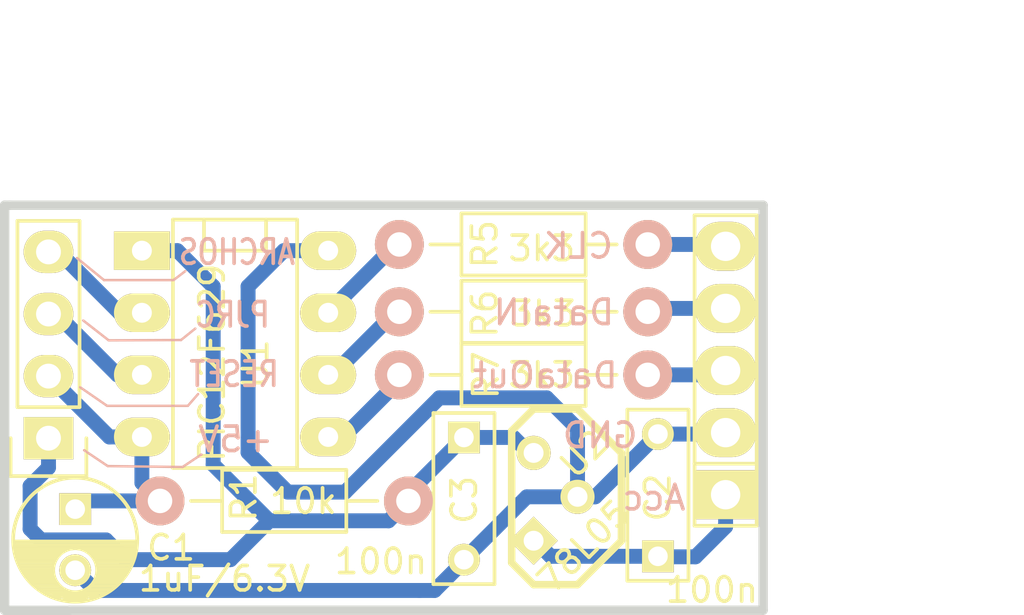
<source format=kicad_pcb>
(kicad_pcb (version 20171130) (host pcbnew 5.0.0-rc3-unknown-3df2743~65~ubuntu16.04.1)

  (general
    (thickness 1.6002)
    (drawings 31)
    (tracks 76)
    (zones 0)
    (modules 11)
    (nets 13)
  )

  (page A4)
  (title_block
    (date "7 feb 2014")
  )

  (layers
    (0 Front signal)
    (31 Back signal)
    (32 B.Adhes user)
    (33 F.Adhes user)
    (34 B.Paste user)
    (35 F.Paste user)
    (36 B.SilkS user)
    (37 F.SilkS user)
    (38 B.Mask user)
    (39 F.Mask user)
    (40 Dwgs.User user)
    (44 Edge.Cuts user)
    (45 Margin user)
    (46 B.CrtYd user hide)
    (48 B.Fab user)
    (49 F.Fab user)
  )

  (setup
    (last_trace_width 0.6096)
    (trace_clearance 0.1)
    (zone_clearance 0.254)
    (zone_45_only yes)
    (trace_min 0.2032)
    (segment_width 0.1)
    (edge_width 0.381)
    (via_size 0.889)
    (via_drill 0.635)
    (via_min_size 0.889)
    (via_min_drill 0.508)
    (uvia_size 0.508)
    (uvia_drill 0.127)
    (uvias_allowed no)
    (uvia_min_size 0.508)
    (uvia_min_drill 0.127)
    (pcb_text_width 0.3048)
    (pcb_text_size 1.524 2.032)
    (mod_edge_width 0.381)
    (mod_text_size 1.524 1.524)
    (mod_text_width 0.3048)
    (pad_size 2 2.5)
    (pad_drill 1.2)
    (pad_to_mask_clearance 0.254)
    (aux_axis_origin 0 0)
    (visible_elements FFFEDBFF)
    (pcbplotparams
      (layerselection 0x0100f_80000001)
      (usegerberextensions false)
      (usegerberattributes false)
      (usegerberadvancedattributes false)
      (creategerberjobfile false)
      (excludeedgelayer false)
      (linewidth 0.150000)
      (plotframeref false)
      (viasonmask false)
      (mode 1)
      (useauxorigin false)
      (hpglpennumber 1)
      (hpglpenspeed 20)
      (hpglpendiameter 15.000000)
      (psnegative false)
      (psa4output false)
      (plotreference true)
      (plotvalue true)
      (plotinvisibletext false)
      (padsonsilk true)
      (subtractmaskfromsilk false)
      (outputformat 5)
      (mirror false)
      (drillshape 0)
      (scaleselection 1)
      (outputdirectory "/home/nail/tmp/plot/"))
  )

  (net 0 "")
  (net 1 +5V)
  (net 2 GND)
  (net 3 POWER_CTL)
  (net 4 "Net-(R7-Pad1)")
  (net 5 DataOut)
  (net 6 "Net-(R5-Pad1)")
  (net 7 "Net-(R6-Pad1)")
  (net 8 RESET)
  (net 9 PJRC)
  (net 10 ARCHOS)
  (net 11 CLK-PRG_DATA)
  (net 12 DataIn-PRG_CLK)

  (net_class Default "This is the default net class."
    (clearance 0.1)
    (trace_width 0.6096)
    (via_dia 0.889)
    (via_drill 0.635)
    (uvia_dia 0.508)
    (uvia_drill 0.127)
    (add_net +5V)
    (add_net ARCHOS)
    (add_net CLK-PRG_DATA)
    (add_net DataIn-PRG_CLK)
    (add_net DataOut)
    (add_net GND)
    (add_net "Net-(R5-Pad1)")
    (add_net "Net-(R6-Pad1)")
    (add_net "Net-(R7-Pad1)")
    (add_net PJRC)
    (add_net POWER_CTL)
    (add_net RESET)
  )

  (net_class GND ""
    (clearance 0.1)
    (trace_width 1.39192)
    (via_dia 0.889)
    (via_drill 0.635)
    (uvia_dia 0.508)
    (uvia_drill 0.127)
  )

  (module Pin_Headers:Pin_Header_Straight_1x05 (layer Front) (tedit 543F8C26) (tstamp 546CCFAD)
    (at 159.4866 133.97484 90)
    (descr "Through hole pin header")
    (tags "pin header")
    (path /542D55A4)
    (fp_text reference RADIO1 (at 0 -2.286 90) (layer F.SilkS) hide
      (effects (font (size 1.27 1.27) (thickness 0.2032)))
    )
    (fp_text value CONN_01X05 (at 0 0 90) (layer F.SilkS) hide
      (effects (font (size 1.27 1.27) (thickness 0.2032)))
    )
    (fp_line (start -3.81 -1.27) (end 6.35 -1.27) (layer F.SilkS) (width 0.15))
    (fp_line (start 6.35 -1.27) (end 6.35 1.27) (layer F.SilkS) (width 0.15))
    (fp_line (start 6.35 1.27) (end -3.81 1.27) (layer F.SilkS) (width 0.15))
    (fp_line (start -6.35 -1.27) (end -3.81 -1.27) (layer F.SilkS) (width 0.15))
    (fp_line (start -3.81 -1.27) (end -3.81 1.27) (layer F.SilkS) (width 0.15))
    (fp_line (start -6.35 -1.27) (end -6.35 1.27) (layer F.SilkS) (width 0.15))
    (fp_line (start -6.35 1.27) (end -3.81 1.27) (layer F.SilkS) (width 0.15))
    (pad 1 thru_hole rect (at -5.08 0 90) (size 2 2.5) (drill 1.2) (layers *.Cu *.Mask F.SilkS)
      (net 3 POWER_CTL))
    (pad 2 thru_hole oval (at -2.54 0 90) (size 2 2.5) (drill 1.2) (layers *.Cu *.Mask F.SilkS)
      (net 2 GND))
    (pad 3 thru_hole oval (at 0 0 90) (size 2 2.5) (drill 1.2) (layers *.Cu *.Mask F.SilkS)
      (net 5 DataOut))
    (pad 4 thru_hole oval (at 2.54 0 90) (size 2 2.5) (drill 1.2) (layers *.Cu *.Mask F.SilkS)
      (net 12 DataIn-PRG_CLK))
    (pad 5 thru_hole oval (at 5.08 0 90) (size 2 2.5) (drill 1.2) (layers *.Cu *.Mask F.SilkS)
      (net 11 CLK-PRG_DATA))
    (model Pin_Headers.3dshapes/Pin_Header_Straight_1x05.wrl
      (at (xyz 0 0 0))
      (scale (xyz 1 1 1))
      (rotate (xyz 0 0 0))
    )
  )

  (module Pin_Headers:Pin_Header_Straight_1x04 (layer Front) (tedit 55C8702A) (tstamp 559FD40A)
    (at 131.79044 136.74344 180)
    (descr "Through hole pin header")
    (tags "pin header")
    (path /542D83A2)
    (fp_text reference ICSP_UART1 (at -0.00762 9.3218 180) (layer F.SilkS) hide
      (effects (font (size 0.7 0.7) (thickness 0.1)))
    )
    (fp_text value CONN_01X04 (at 0 -3.1 180) (layer F.Fab) hide
      (effects (font (size 1 1) (thickness 0.15)))
    )
    (fp_line (start -1.75 -1.75) (end -1.75 9.4) (layer F.CrtYd) (width 0.05))
    (fp_line (start 1.75 -1.75) (end 1.75 9.4) (layer F.CrtYd) (width 0.05))
    (fp_line (start -1.75 -1.75) (end 1.75 -1.75) (layer F.CrtYd) (width 0.05))
    (fp_line (start -1.75 9.4) (end 1.75 9.4) (layer F.CrtYd) (width 0.05))
    (fp_line (start -1.27 1.27) (end -1.27 8.89) (layer F.SilkS) (width 0.15))
    (fp_line (start 1.27 1.27) (end 1.27 8.89) (layer F.SilkS) (width 0.15))
    (fp_line (start 1.55 -1.55) (end 1.55 0) (layer F.SilkS) (width 0.15))
    (fp_line (start -1.27 8.89) (end 1.27 8.89) (layer F.SilkS) (width 0.15))
    (fp_line (start 1.27 1.27) (end -1.27 1.27) (layer F.SilkS) (width 0.15))
    (fp_line (start -1.55 0) (end -1.55 -1.55) (layer F.SilkS) (width 0.15))
    (fp_line (start -1.55 -1.55) (end 1.55 -1.55) (layer F.SilkS) (width 0.15))
    (pad 1 thru_hole rect (at 0 0 180) (size 2.032 1.7272) (drill 1.016) (layers *.Cu *.Mask F.SilkS)
      (net 1 +5V))
    (pad 2 thru_hole oval (at 0 2.54 180) (size 2.032 1.7272) (drill 1.016) (layers *.Cu *.Mask F.SilkS)
      (net 8 RESET))
    (pad 3 thru_hole oval (at 0 5.08 180) (size 2.032 1.7272) (drill 1.016) (layers *.Cu *.Mask F.SilkS)
      (net 9 PJRC))
    (pad 4 thru_hole oval (at 0 7.62 180) (size 2.032 1.7272) (drill 1.016) (layers *.Cu *.Mask F.SilkS)
      (net 10 ARCHOS))
  )

  (module Capacitors_ThroughHole:C_Rect_L7_W2.5_P5 (layer Front) (tedit 5B4486F9) (tstamp 55C4C250)
    (at 148.78304 136.71296 270)
    (descr "Film Capacitor Length 7mm x Width 2.5mm, Pitch 5mm")
    (tags Capacitor)
    (path /52E79ABE)
    (fp_text reference C3 (at 2.55524 -0.01016 270) (layer F.SilkS)
      (effects (font (size 1 1) (thickness 0.15)))
    )
    (fp_text value 100n (at 5.06984 3.39344) (layer F.SilkS)
      (effects (font (size 1 1) (thickness 0.15)))
    )
    (fp_line (start -1.25 -1.5) (end 6.25 -1.5) (layer F.CrtYd) (width 0.05))
    (fp_line (start 6.25 -1.5) (end 6.25 1.5) (layer F.CrtYd) (width 0.05))
    (fp_line (start 6.25 1.5) (end -1.25 1.5) (layer F.CrtYd) (width 0.05))
    (fp_line (start -1.25 1.5) (end -1.25 -1.5) (layer F.CrtYd) (width 0.05))
    (fp_line (start -1 -1.25) (end 6 -1.25) (layer F.SilkS) (width 0.15))
    (fp_line (start 6 -1.25) (end 6 1.25) (layer F.SilkS) (width 0.15))
    (fp_line (start 6 1.25) (end -1 1.25) (layer F.SilkS) (width 0.15))
    (fp_line (start -1 1.25) (end -1 -1.25) (layer F.SilkS) (width 0.15))
    (pad 1 thru_hole rect (at 0 0 270) (size 1.3 1.3) (drill 0.8) (layers *.Cu *.Mask F.SilkS)
      (net 1 +5V))
    (pad 2 thru_hole circle (at 5 0 270) (size 1.3 1.3) (drill 0.8) (layers *.Cu *.Mask F.SilkS)
      (net 2 GND))
    (model Capacitors_ThroughHole.3dshapes/C_Disc_D6_P5.wrl
      (offset (xyz 2.539999961853027 0 0))
      (scale (xyz 1 1 1))
      (rotate (xyz 0 0 0))
    )
  )

  (module Capacitors_ThroughHole:C_Rect_L7_W2.5_P5 (layer Front) (tedit 5B44877F) (tstamp 55C4C10C)
    (at 156.718 141.57452 90)
    (descr "Film Capacitor Length 7mm x Width 2.5mm, Pitch 5mm")
    (tags Capacitor)
    (path /52D02F40)
    (fp_text reference C2 (at 2.40284 -0.01016 90) (layer F.SilkS)
      (effects (font (size 1 1) (thickness 0.15)))
    )
    (fp_text value 100n (at -1.37668 2.2098) (layer F.SilkS)
      (effects (font (size 1 1) (thickness 0.15)))
    )
    (fp_line (start -1.25 -1.5) (end 6.25 -1.5) (layer F.CrtYd) (width 0.05))
    (fp_line (start 6.25 -1.5) (end 6.25 1.5) (layer F.CrtYd) (width 0.05))
    (fp_line (start 6.25 1.5) (end -1.25 1.5) (layer F.CrtYd) (width 0.05))
    (fp_line (start -1.25 1.5) (end -1.25 -1.5) (layer F.CrtYd) (width 0.05))
    (fp_line (start -1 -1.25) (end 6 -1.25) (layer F.SilkS) (width 0.15))
    (fp_line (start 6 -1.25) (end 6 1.25) (layer F.SilkS) (width 0.15))
    (fp_line (start 6 1.25) (end -1 1.25) (layer F.SilkS) (width 0.15))
    (fp_line (start -1 1.25) (end -1 -1.25) (layer F.SilkS) (width 0.15))
    (pad 1 thru_hole rect (at 0 0 90) (size 1.3 1.3) (drill 0.8) (layers *.Cu *.Mask F.SilkS)
      (net 3 POWER_CTL))
    (pad 2 thru_hole circle (at 5 0 90) (size 1.3 1.3) (drill 0.8) (layers *.Cu *.Mask F.SilkS)
      (net 2 GND))
    (model Capacitors_ThroughHole.3dshapes/C_Disc_D6_P5.wrl
      (offset (xyz 2.539999961853027 0 0))
      (scale (xyz 1 1 1))
      (rotate (xyz 0 0 0))
    )
  )

  (module my_modules:TO92-STABIL (layer Front) (tedit 5B4487A2) (tstamp 55C4C8BE)
    (at 151.63292 139.1412 225)
    (descr "Transistor TO92 brochage type BC237")
    (tags "TR TO92")
    (path /546C9D74)
    (fp_text reference U2 (at -2.697669 -0.219118 225) (layer F.SilkS)
      (effects (font (size 1 1) (thickness 0.15)))
    )
    (fp_text value 78L05 (at -0.021553 -2.895235 225) (layer F.SilkS)
      (effects (font (size 1 1) (thickness 0.15)))
    )
    (fp_line (start -1.27 2.54) (end 2.54 -1.27) (layer F.SilkS) (width 0.3048))
    (fp_line (start 2.54 -1.27) (end 2.54 -2.54) (layer F.SilkS) (width 0.3048))
    (fp_line (start 2.54 -2.54) (end 1.27 -3.81) (layer F.SilkS) (width 0.3048))
    (fp_line (start 1.27 -3.81) (end -1.27 -3.81) (layer F.SilkS) (width 0.3048))
    (fp_line (start -1.27 -3.81) (end -3.81 -1.27) (layer F.SilkS) (width 0.3048))
    (fp_line (start -3.81 -1.27) (end -3.81 1.27) (layer F.SilkS) (width 0.3048))
    (fp_line (start -3.81 1.27) (end -2.54 2.54) (layer F.SilkS) (width 0.3048))
    (fp_line (start -2.54 2.54) (end -1.27 2.54) (layer F.SilkS) (width 0.3048))
    (pad VI thru_hole rect (at 1.27 -1.27 225) (size 1.397 1.397) (drill 0.8128) (layers *.Cu *.Mask F.SilkS)
      (net 3 POWER_CTL))
    (pad GND thru_hole circle (at -1.27 -1.27 225) (size 1.397 1.397) (drill 0.8128) (layers *.Cu *.Mask F.SilkS)
      (net 2 GND))
    (pad VO thru_hole circle (at -1.27 1.27 225) (size 1.397 1.397) (drill 0.8128) (layers *.Cu *.Mask F.SilkS)
      (net 1 +5V))
    (model Discret.3dshapes/TO92.wrl
      (at (xyz 0 0 0))
      (scale (xyz 1 1 1))
      (rotate (xyz 0 0 0))
    )
  )

  (module Sockets_DIP:DIP-8__300_ELL (layer Front) (tedit 5B4486FD) (tstamp 546CCF7E)
    (at 139.4206 132.88264 270)
    (descr "8 pins DIL package, elliptical pads")
    (tags DIL)
    (path /52D02953)
    (fp_text reference U1 (at 0.82296 -0.8382 90) (layer F.SilkS)
      (effects (font (size 1 1) (thickness 0.15)))
    )
    (fp_text value PIC12F629 (at 0.77216 0.9398 270) (layer F.SilkS)
      (effects (font (size 1 1) (thickness 0.15)))
    )
    (fp_line (start -5.08 -1.27) (end -3.81 -1.27) (layer F.SilkS) (width 0.15))
    (fp_line (start -3.81 -1.27) (end -3.81 1.27) (layer F.SilkS) (width 0.15))
    (fp_line (start -3.81 1.27) (end -5.08 1.27) (layer F.SilkS) (width 0.15))
    (fp_line (start -5.08 -2.54) (end 5.08 -2.54) (layer F.SilkS) (width 0.15))
    (fp_line (start 5.08 -2.54) (end 5.08 2.54) (layer F.SilkS) (width 0.15))
    (fp_line (start 5.08 2.54) (end -5.08 2.54) (layer F.SilkS) (width 0.15))
    (fp_line (start -5.08 2.54) (end -5.08 -2.54) (layer F.SilkS) (width 0.15))
    (pad 1 thru_hole rect (at -3.81 3.81 270) (size 1.5748 2.286) (drill 0.8128) (layers *.Cu *.Mask F.SilkS)
      (net 1 +5V))
    (pad 2 thru_hole oval (at -1.27 3.81 270) (size 1.5748 2.286) (drill 0.8128) (layers *.Cu *.Mask F.SilkS)
      (net 10 ARCHOS))
    (pad 3 thru_hole oval (at 1.27 3.81 270) (size 1.5748 2.286) (drill 0.8128) (layers *.Cu *.Mask F.SilkS)
      (net 9 PJRC))
    (pad 4 thru_hole oval (at 3.81 3.81 270) (size 1.5748 2.286) (drill 0.8128) (layers *.Cu *.Mask F.SilkS)
      (net 8 RESET))
    (pad 5 thru_hole oval (at 3.81 -3.81 270) (size 1.5748 2.286) (drill 0.8128) (layers *.Cu *.Mask F.SilkS)
      (net 4 "Net-(R7-Pad1)"))
    (pad 6 thru_hole oval (at 1.27 -3.81 270) (size 1.5748 2.286) (drill 0.8128) (layers *.Cu *.Mask F.SilkS)
      (net 7 "Net-(R6-Pad1)"))
    (pad 7 thru_hole oval (at -1.27 -3.81 270) (size 1.5748 2.286) (drill 0.8128) (layers *.Cu *.Mask F.SilkS)
      (net 6 "Net-(R5-Pad1)"))
    (pad 8 thru_hole oval (at -3.81 -3.81 270) (size 1.5748 2.286) (drill 0.8128) (layers *.Cu *.Mask F.SilkS)
      (net 2 GND))
    (model Sockets_DIP.3dshapes/DIP-8__300_ELL.wrl
      (at (xyz 0 0 0))
      (scale (xyz 1 1 1))
      (rotate (xyz 0 0 0))
    )
  )

  (module Resistors_ThroughHole:Resistor_Horizontal_RM10mm (layer Front) (tedit 5B4486EE) (tstamp 55C4C150)
    (at 151.22144 134.15264)
    (descr "Resistor, Axial,  RM 10mm, 1/3W,")
    (tags "Resistor, Axial, RM 10mm, 1/3W,")
    (path /52D02B05)
    (fp_text reference R7 (at -1.53924 0.01016 90) (layer F.SilkS)
      (effects (font (size 1 1) (thickness 0.15)))
    )
    (fp_text value 3k3 (at 0.74676 0.01016) (layer F.SilkS)
      (effects (font (size 1 1) (thickness 0.15)))
    )
    (fp_line (start -2.54 -1.27) (end 2.54 -1.27) (layer F.SilkS) (width 0.15))
    (fp_line (start 2.54 -1.27) (end 2.54 1.27) (layer F.SilkS) (width 0.15))
    (fp_line (start 2.54 1.27) (end -2.54 1.27) (layer F.SilkS) (width 0.15))
    (fp_line (start -2.54 1.27) (end -2.54 -1.27) (layer F.SilkS) (width 0.15))
    (fp_line (start -2.54 0) (end -3.81 0) (layer F.SilkS) (width 0.15))
    (fp_line (start 2.54 0) (end 3.81 0) (layer F.SilkS) (width 0.15))
    (pad 1 thru_hole circle (at -5.08 0) (size 1.99898 1.99898) (drill 1.00076) (layers *.Cu *.SilkS *.Mask)
      (net 4 "Net-(R7-Pad1)"))
    (pad 2 thru_hole circle (at 5.08 0) (size 1.99898 1.99898) (drill 1.00076) (layers *.Cu *.SilkS *.Mask)
      (net 5 DataOut))
    (model Resistors_ThroughHole.3dshapes/Resistor_Horizontal_RM10mm.wrl
      (at (xyz 0 0 0))
      (scale (xyz 0.4 0.4 0.4))
      (rotate (xyz 0 0 0))
    )
  )

  (module Resistors_ThroughHole:Resistor_Horizontal_RM10mm (layer Front) (tedit 5B4486E6) (tstamp 55C4C145)
    (at 151.22144 131.572)
    (descr "Resistor, Axial,  RM 10mm, 1/3W,")
    (tags "Resistor, Axial, RM 10mm, 1/3W,")
    (path /52D02ABB)
    (fp_text reference R6 (at -1.59004 0.0762 90) (layer F.SilkS)
      (effects (font (size 1 1) (thickness 0.15)))
    )
    (fp_text value 3k3 (at 0.79756 0.0762) (layer F.SilkS)
      (effects (font (size 1 1) (thickness 0.15)))
    )
    (fp_line (start -2.54 -1.27) (end 2.54 -1.27) (layer F.SilkS) (width 0.15))
    (fp_line (start 2.54 -1.27) (end 2.54 1.27) (layer F.SilkS) (width 0.15))
    (fp_line (start 2.54 1.27) (end -2.54 1.27) (layer F.SilkS) (width 0.15))
    (fp_line (start -2.54 1.27) (end -2.54 -1.27) (layer F.SilkS) (width 0.15))
    (fp_line (start -2.54 0) (end -3.81 0) (layer F.SilkS) (width 0.15))
    (fp_line (start 2.54 0) (end 3.81 0) (layer F.SilkS) (width 0.15))
    (pad 1 thru_hole circle (at -5.08 0) (size 1.99898 1.99898) (drill 1.00076) (layers *.Cu *.SilkS *.Mask)
      (net 7 "Net-(R6-Pad1)"))
    (pad 2 thru_hole circle (at 5.08 0) (size 1.99898 1.99898) (drill 1.00076) (layers *.Cu *.SilkS *.Mask)
      (net 12 DataIn-PRG_CLK))
    (model Resistors_ThroughHole.3dshapes/Resistor_Horizontal_RM10mm.wrl
      (at (xyz 0 0 0))
      (scale (xyz 0.4 0.4 0.4))
      (rotate (xyz 0 0 0))
    )
  )

  (module Resistors_ThroughHole:Resistor_Horizontal_RM10mm (layer Front) (tedit 5B4486DF) (tstamp 55C4C12E)
    (at 151.22144 128.81864)
    (descr "Resistor, Axial,  RM 10mm, 1/3W,")
    (tags "Resistor, Axial, RM 10mm, 1/3W,")
    (path /52D02AC2)
    (fp_text reference R5 (at -1.59004 -0.01524 90) (layer F.SilkS)
      (effects (font (size 1 1) (thickness 0.15)))
    )
    (fp_text value 3k3 (at 0.74676 0.16256) (layer F.SilkS)
      (effects (font (size 1 1) (thickness 0.15)))
    )
    (fp_line (start -2.54 -1.27) (end 2.54 -1.27) (layer F.SilkS) (width 0.15))
    (fp_line (start 2.54 -1.27) (end 2.54 1.27) (layer F.SilkS) (width 0.15))
    (fp_line (start 2.54 1.27) (end -2.54 1.27) (layer F.SilkS) (width 0.15))
    (fp_line (start -2.54 1.27) (end -2.54 -1.27) (layer F.SilkS) (width 0.15))
    (fp_line (start -2.54 0) (end -3.81 0) (layer F.SilkS) (width 0.15))
    (fp_line (start 2.54 0) (end 3.81 0) (layer F.SilkS) (width 0.15))
    (pad 1 thru_hole circle (at -5.08 0) (size 1.99898 1.99898) (drill 1.00076) (layers *.Cu *.SilkS *.Mask)
      (net 6 "Net-(R5-Pad1)"))
    (pad 2 thru_hole circle (at 5.08 0) (size 1.99898 1.99898) (drill 1.00076) (layers *.Cu *.SilkS *.Mask)
      (net 11 CLK-PRG_DATA))
    (model Resistors_ThroughHole.3dshapes/Resistor_Horizontal_RM10mm.wrl
      (at (xyz 0 0 0))
      (scale (xyz 0.4 0.4 0.4))
      (rotate (xyz 0 0 0))
    )
  )

  (module Capacitors_ThroughHole:C_Radial_D5_L11_P2.5 (layer Front) (tedit 5B448711) (tstamp 55C4C10B)
    (at 132.88264 139.64412 270)
    (descr "Radial Electrolytic Capacitor Diameter 5mm x Length 11mm, Pitch 2.5mm")
    (tags "Electrolytic Capacitor")
    (path /55C4B796)
    (fp_text reference C1 (at 1.57988 -3.92176) (layer F.SilkS)
      (effects (font (size 1 1) (thickness 0.15)))
    )
    (fp_text value 1uF/6.3V (at 2.84988 -6.10616) (layer F.SilkS)
      (effects (font (size 1 1) (thickness 0.15)))
    )
    (fp_line (start 1.325 -2.499) (end 1.325 2.499) (layer F.SilkS) (width 0.15))
    (fp_line (start 1.465 -2.491) (end 1.465 2.491) (layer F.SilkS) (width 0.15))
    (fp_line (start 1.605 -2.475) (end 1.605 -0.095) (layer F.SilkS) (width 0.15))
    (fp_line (start 1.605 0.095) (end 1.605 2.475) (layer F.SilkS) (width 0.15))
    (fp_line (start 1.745 -2.451) (end 1.745 -0.49) (layer F.SilkS) (width 0.15))
    (fp_line (start 1.745 0.49) (end 1.745 2.451) (layer F.SilkS) (width 0.15))
    (fp_line (start 1.885 -2.418) (end 1.885 -0.657) (layer F.SilkS) (width 0.15))
    (fp_line (start 1.885 0.657) (end 1.885 2.418) (layer F.SilkS) (width 0.15))
    (fp_line (start 2.025 -2.377) (end 2.025 -0.764) (layer F.SilkS) (width 0.15))
    (fp_line (start 2.025 0.764) (end 2.025 2.377) (layer F.SilkS) (width 0.15))
    (fp_line (start 2.165 -2.327) (end 2.165 -0.835) (layer F.SilkS) (width 0.15))
    (fp_line (start 2.165 0.835) (end 2.165 2.327) (layer F.SilkS) (width 0.15))
    (fp_line (start 2.305 -2.266) (end 2.305 -0.879) (layer F.SilkS) (width 0.15))
    (fp_line (start 2.305 0.879) (end 2.305 2.266) (layer F.SilkS) (width 0.15))
    (fp_line (start 2.445 -2.196) (end 2.445 -0.898) (layer F.SilkS) (width 0.15))
    (fp_line (start 2.445 0.898) (end 2.445 2.196) (layer F.SilkS) (width 0.15))
    (fp_line (start 2.585 -2.114) (end 2.585 -0.896) (layer F.SilkS) (width 0.15))
    (fp_line (start 2.585 0.896) (end 2.585 2.114) (layer F.SilkS) (width 0.15))
    (fp_line (start 2.725 -2.019) (end 2.725 -0.871) (layer F.SilkS) (width 0.15))
    (fp_line (start 2.725 0.871) (end 2.725 2.019) (layer F.SilkS) (width 0.15))
    (fp_line (start 2.865 -1.908) (end 2.865 -0.823) (layer F.SilkS) (width 0.15))
    (fp_line (start 2.865 0.823) (end 2.865 1.908) (layer F.SilkS) (width 0.15))
    (fp_line (start 3.005 -1.78) (end 3.005 -0.745) (layer F.SilkS) (width 0.15))
    (fp_line (start 3.005 0.745) (end 3.005 1.78) (layer F.SilkS) (width 0.15))
    (fp_line (start 3.145 -1.631) (end 3.145 -0.628) (layer F.SilkS) (width 0.15))
    (fp_line (start 3.145 0.628) (end 3.145 1.631) (layer F.SilkS) (width 0.15))
    (fp_line (start 3.285 -1.452) (end 3.285 -0.44) (layer F.SilkS) (width 0.15))
    (fp_line (start 3.285 0.44) (end 3.285 1.452) (layer F.SilkS) (width 0.15))
    (fp_line (start 3.425 -1.233) (end 3.425 1.233) (layer F.SilkS) (width 0.15))
    (fp_line (start 3.565 -0.944) (end 3.565 0.944) (layer F.SilkS) (width 0.15))
    (fp_line (start 3.705 -0.472) (end 3.705 0.472) (layer F.SilkS) (width 0.15))
    (fp_circle (center 2.5 0) (end 2.5 -0.9) (layer F.SilkS) (width 0.15))
    (fp_circle (center 1.25 0) (end 1.25 -2.5375) (layer F.SilkS) (width 0.15))
    (fp_circle (center 1.25 0) (end 1.25 -2.8) (layer F.CrtYd) (width 0.05))
    (pad 1 thru_hole rect (at 0 0 270) (size 1.3 1.3) (drill 0.8) (layers *.Cu *.Mask F.SilkS)
      (net 8 RESET))
    (pad 2 thru_hole circle (at 2.5 0 270) (size 1.3 1.3) (drill 0.8) (layers *.Cu *.Mask F.SilkS)
      (net 2 GND))
    (model Capacitors_ThroughHole.3dshapes/C_Radial_D5_L11_P2.5.wrl
      (offset (xyz 1.25001018122673 0 0))
      (scale (xyz 1 1 1))
      (rotate (xyz 0 0 90))
    )
  )

  (module Resistors_ThroughHole:Resistor_Horizontal_RM10mm (layer Front) (tedit 5B4486F1) (tstamp 55C4C117)
    (at 141.43228 139.30884)
    (descr "Resistor, Axial,  RM 10mm, 1/3W,")
    (tags "Resistor, Axial, RM 10mm, 1/3W,")
    (path /52D03054)
    (fp_text reference R1 (at -1.65608 -0.14224 90) (layer F.SilkS)
      (effects (font (size 1 1) (thickness 0.15)))
    )
    (fp_text value 10k (at 0.78232 0.01016) (layer F.SilkS)
      (effects (font (size 1 1) (thickness 0.15)))
    )
    (fp_line (start -2.54 -1.27) (end 2.54 -1.27) (layer F.SilkS) (width 0.15))
    (fp_line (start 2.54 -1.27) (end 2.54 1.27) (layer F.SilkS) (width 0.15))
    (fp_line (start 2.54 1.27) (end -2.54 1.27) (layer F.SilkS) (width 0.15))
    (fp_line (start -2.54 1.27) (end -2.54 -1.27) (layer F.SilkS) (width 0.15))
    (fp_line (start -2.54 0) (end -3.81 0) (layer F.SilkS) (width 0.15))
    (fp_line (start 2.54 0) (end 3.81 0) (layer F.SilkS) (width 0.15))
    (pad 1 thru_hole circle (at -5.08 0) (size 1.99898 1.99898) (drill 1.00076) (layers *.Cu *.SilkS *.Mask)
      (net 8 RESET))
    (pad 2 thru_hole circle (at 5.08 0) (size 1.99898 1.99898) (drill 1.00076) (layers *.Cu *.SilkS *.Mask)
      (net 1 +5V))
    (model Resistors_ThroughHole.3dshapes/Resistor_Horizontal_RM10mm.wrl
      (at (xyz 0 0 0))
      (scale (xyz 0.4 0.4 0.4))
      (rotate (xyz 0 0 0))
    )
  )

  (gr_line (start 136.906 130.2766) (end 137.3886 129.9083) (layer B.SilkS) (width 0.1))
  (gr_line (start 134.0612 130.2766) (end 136.906 130.2766) (layer B.SilkS) (width 0.1))
  (gr_line (start 132.9563 129.3749) (end 134.0612 130.2766) (layer B.SilkS) (width 0.1))
  (gr_line (start 137.2108 132.7277) (end 137.795 132.2578) (layer B.SilkS) (width 0.1))
  (gr_line (start 134.2517 132.7404) (end 137.2108 132.7277) (layer B.SilkS) (width 0.1))
  (gr_line (start 133.2103 131.9276) (end 134.2517 132.7404) (layer B.SilkS) (width 0.1))
  (gr_line (start 137.4902 135.4201) (end 137.9093 134.9375) (layer B.SilkS) (width 0.1))
  (gr_line (start 134.1882 135.4201) (end 137.4902 135.4201) (layer B.SilkS) (width 0.1))
  (gr_line (start 133.0833 134.6581) (end 134.1882 135.4201) (layer B.SilkS) (width 0.1))
  (gr_line (start 138.0363 137.414) (end 138.049 137.414) (layer B.SilkS) (width 0.1))
  (gr_line (start 137.2743 137.922) (end 138.0363 137.414) (layer B.SilkS) (width 0.1))
  (gr_line (start 134.2136 137.8839) (end 137.2743 137.922) (layer B.SilkS) (width 0.1))
  (gr_line (start 133.2484 137.2362) (end 134.2136 137.8839) (layer B.SilkS) (width 0.1))
  (gr_text +5V (at 139.446 136.7917) (layer B.SilkS)
    (effects (font (size 1 1) (thickness 0.15)) (justify mirror))
  )
  (gr_text RESET (at 139.3825 134.1247) (layer B.SilkS)
    (effects (font (size 1 0.8) (thickness 0.15)) (justify mirror))
  )
  (gr_text PJRC (at 139.319 131.699) (layer B.SilkS)
    (effects (font (size 1 0.8) (thickness 0.15)) (justify mirror))
  )
  (gr_text ARCHOS (at 139.4968 129.1336) (layer B.SilkS)
    (effects (font (size 1 0.8) (thickness 0.15)) (justify mirror))
  )
  (gr_text CLK (at 153.4668 128.8796) (layer B.SilkS)
    (effects (font (size 1 1) (thickness 0.15)) (justify mirror))
  )
  (gr_text Acc (at 156.5529 139.1793) (layer B.SilkS)
    (effects (font (size 1 1) (thickness 0.15)) (justify mirror))
  )
  (gr_text GND (at 154.3558 136.6266) (layer B.SilkS)
    (effects (font (size 1 1) (thickness 0.15)) (justify mirror))
  )
  (gr_text "DataOut\n" (at 152.1079 134.1755) (layer B.SilkS)
    (effects (font (size 1 1) (thickness 0.15)) (justify mirror))
  )
  (gr_text DataIN (at 152.4635 131.5974) (layer B.SilkS)
    (effects (font (size 1 1) (thickness 0.15)) (justify mirror))
  )
  (gr_line (start 129.9972 143.78432) (end 132.65912 143.78432) (angle 90) (layer Edge.Cuts) (width 0.381))
  (gr_line (start 129.9972 143.76908) (end 129.9972 143.78432) (angle 90) (layer Edge.Cuts) (width 0.381))
  (gr_line (start 129.9972 127.21336) (end 129.9972 143.76908) (angle 90) (layer Edge.Cuts) (width 0.381))
  (gr_line (start 130.2004 127.21336) (end 129.9972 127.21336) (angle 90) (layer Edge.Cuts) (width 0.381))
  (gr_line (start 161.02076 127.21336) (end 130.2004 127.21336) (angle 90) (layer Edge.Cuts) (width 0.381))
  (gr_line (start 161.02076 143.77924) (end 161.02076 127.21336) (angle 90) (layer Edge.Cuts) (width 0.381))
  (gr_line (start 132.65912 143.77924) (end 161.02076 143.77924) (angle 90) (layer Edge.Cuts) (width 0.381))
  (dimension 16.261464 (width 0.3048) (layer Dwgs.User)
    (gr_text "16.261 mm" (at 165.073676 135.397116 270.3937792) (layer Dwgs.User)
      (effects (font (size 2.032 1.524) (thickness 0.3048)))
    )
    (feature1 (pts (xy 161.04616 143.55572) (xy 166.755118 143.516484)))
    (feature2 (pts (xy 160.9344 127.29464) (xy 166.643358 127.255404)))
    (crossbar (pts (xy 163.392235 127.277748) (xy 163.503995 143.538828)))
    (arrow1a (pts (xy 163.503995 143.538828) (xy 162.909846 142.416381)))
    (arrow1b (pts (xy 163.503995 143.538828) (xy 164.08266 142.408321)))
    (arrow2a (pts (xy 163.392235 127.277748) (xy 162.81357 128.408255)))
    (arrow2b (pts (xy 163.392235 127.277748) (xy 163.986384 128.400195)))
  )
  (dimension 30.56636 (width 0.3048) (layer Dwgs.User)
    (gr_text "30.566 mm" (at 145.7071 121.25452) (layer Dwgs.User)
      (effects (font (size 2.032 1.524) (thickness 0.3048)))
    )
    (feature1 (pts (xy 160.99028 127.18288) (xy 160.99028 119.62892)))
    (feature2 (pts (xy 130.42392 127.18288) (xy 130.42392 119.62892)))
    (crossbar (pts (xy 130.42392 122.88012) (xy 160.99028 122.88012)))
    (arrow1a (pts (xy 160.99028 122.88012) (xy 159.863776 123.466541)))
    (arrow1b (pts (xy 160.99028 122.88012) (xy 159.863776 122.293699)))
    (arrow2a (pts (xy 130.42392 122.88012) (xy 131.550424 123.466541)))
    (arrow2b (pts (xy 130.42392 122.88012) (xy 131.550424 122.293699)))
  )

  (segment (start 146.51228 139.30884) (end 146.51228 138.98372) (width 0.6096) (layer Back) (net 1))
  (segment (start 146.51228 138.98372) (end 148.78304 136.71296) (width 0.6096) (layer Back) (net 1) (tstamp 5617937B))
  (segment (start 148.78304 136.71296) (end 150.81504 136.71296) (width 0.6096) (layer Back) (net 1))
  (segment (start 150.81504 136.71296) (end 151.447229 137.345149) (width 0.6096) (layer Back) (net 1) (tstamp 56179376))
  (segment (start 151.447229 137.345149) (end 151.63292 137.345149) (width 0.6096) (layer Back) (net 1) (tstamp 56179377))
  (segment (start 139.23264 141.71168) (end 140.82268 140.12164) (width 0.6096) (layer Back) (net 1) (tstamp 5615F380))
  (segment (start 134.9502 141.71168) (end 139.23264 141.71168) (width 0.6096) (layer Back) (net 1) (tstamp 5615F37F))
  (segment (start 134.14248 140.90396) (end 134.9502 141.71168) (width 0.6096) (layer Back) (net 1) (tstamp 5615F37E))
  (segment (start 131.48564 140.90396) (end 134.14248 140.90396) (width 0.6096) (layer Back) (net 1) (tstamp 5615F37D))
  (segment (start 131.0386 140.45692) (end 131.48564 140.90396) (width 0.6096) (layer Back) (net 1) (tstamp 5615F37C))
  (segment (start 131.0386 138.69924) (end 131.0386 140.45692) (width 0.6096) (layer Back) (net 1) (tstamp 5615F37B))
  (segment (start 131.79044 137.9474) (end 131.0386 138.69924) (width 0.6096) (layer Back) (net 1) (tstamp 5615F37A))
  (segment (start 131.79044 136.74344) (end 131.79044 137.9474) (width 0.6096) (layer Back) (net 1))
  (segment (start 148.78304 136.71296) (end 148.78304 137.03808) (width 0.6096) (layer Back) (net 1))
  (segment (start 146.51228 139.30884) (end 146.51228 139.41552) (width 0.6096) (layer Back) (net 1))
  (segment (start 135.6106 129.07264) (end 137.06348 129.07264) (width 0.6096) (layer Back) (net 1))
  (segment (start 145.69948 140.12164) (end 146.51228 139.30884) (width 0.6096) (layer Back) (net 1) (tstamp 5615F2EC))
  (segment (start 140.82268 140.12164) (end 145.69948 140.12164) (width 0.6096) (layer Back) (net 1) (tstamp 5615F2EB))
  (segment (start 138.52652 137.82548) (end 140.82268 140.12164) (width 0.6096) (layer Back) (net 1) (tstamp 5615F2EA))
  (segment (start 138.52652 130.53568) (end 138.52652 137.82548) (width 0.6096) (layer Back) (net 1) (tstamp 5615F2E9))
  (segment (start 137.06348 129.07264) (end 138.52652 130.53568) (width 0.6096) (layer Back) (net 1) (tstamp 5615F2E8))
  (segment (start 148.78304 141.71296) (end 148.78304 141.77264) (width 0.6096) (layer Back) (net 2))
  (segment (start 148.78304 141.77264) (end 147.58416 142.97152) (width 0.6096) (layer Back) (net 2) (tstamp 5617936D))
  (segment (start 147.58416 142.97152) (end 146.9644 142.97152) (width 0.6096) (layer Back) (net 2) (tstamp 5617936E))
  (segment (start 153.428971 139.1412) (end 151.3548 139.1412) (width 0.6096) (layer Back) (net 2))
  (segment (start 151.3548 139.1412) (end 148.78304 141.71296) (width 0.6096) (layer Back) (net 2) (tstamp 56179369))
  (segment (start 153.428971 139.1412) (end 153.428971 136.355091) (width 0.6096) (layer Back) (net 2))
  (segment (start 153.428971 136.355091) (end 152.16632 135.09244) (width 0.6096) (layer Back) (net 2) (tstamp 56179365))
  (segment (start 156.718 136.57452) (end 159.42692 136.57452) (width 0.6096) (layer Back) (net 2))
  (segment (start 159.42692 136.57452) (end 159.4866 136.51484) (width 0.6096) (layer Back) (net 2) (tstamp 56179361))
  (segment (start 153.428971 139.1412) (end 154.15132 139.1412) (width 0.6096) (layer Back) (net 2))
  (segment (start 154.15132 139.1412) (end 156.718 136.57452) (width 0.6096) (layer Back) (net 2) (tstamp 5617935D))
  (segment (start 133.71004 142.97152) (end 132.88264 142.14412) (width 0.6096) (layer Back) (net 2) (tstamp 5615F377))
  (segment (start 146.9644 142.97152) (end 133.71004 142.97152) (width 0.6096) (layer Back) (net 2) (tstamp 5615F376))
  (segment (start 152.981931 139.19708) (end 153.75508 139.19708) (width 0.6096) (layer Back) (net 2))
  (segment (start 147.7772 135.09244) (end 152.16632 135.09244) (width 0.6096) (layer Back) (net 2) (tstamp 5615F35A))
  (segment (start 143.2306 129.07264) (end 141.41704 129.07264) (width 0.6096) (layer Back) (net 2))
  (segment (start 141.41704 129.07264) (end 139.954 130.53568) (width 0.6096) (layer Back) (net 2) (tstamp 5615F355))
  (segment (start 139.954 130.53568) (end 139.954 137.32764) (width 0.6096) (layer Back) (net 2) (tstamp 5615F356))
  (segment (start 139.954 137.32764) (end 141.57452 138.94816) (width 0.6096) (layer Back) (net 2) (tstamp 5615F357))
  (segment (start 141.57452 138.94816) (end 143.92148 138.94816) (width 0.6096) (layer Back) (net 2) (tstamp 5615F358))
  (segment (start 143.92148 138.94816) (end 147.7772 135.09244) (width 0.6096) (layer Back) (net 2) (tstamp 5615F359))
  (segment (start 151.63292 140.937251) (end 151.691611 140.937251) (width 0.6096) (layer Back) (net 3))
  (segment (start 151.691611 140.937251) (end 152.32888 141.57452) (width 0.6096) (layer Back) (net 3) (tstamp 56179354))
  (segment (start 152.32888 141.57452) (end 156.718 141.57452) (width 0.6096) (layer Back) (net 3) (tstamp 56179357))
  (segment (start 156.718 141.57452) (end 156.73832 141.59484) (width 0.6096) (layer Back) (net 3) (tstamp 5617934C))
  (segment (start 156.73832 141.59484) (end 158.25216 141.59484) (width 0.6096) (layer Back) (net 3) (tstamp 5617934D))
  (segment (start 158.25216 141.59484) (end 159.4866 140.3604) (width 0.6096) (layer Back) (net 3) (tstamp 5617934E))
  (segment (start 159.4866 140.3604) (end 159.4866 139.05484) (width 0.6096) (layer Back) (net 3) (tstamp 5B448AD7))
  (segment (start 146.14144 134.15264) (end 146.14144 134.3914) (width 0.6096) (layer Back) (net 4))
  (segment (start 146.14144 134.3914) (end 143.8402 136.69264) (width 0.6096) (layer Back) (net 4) (tstamp 5615F225))
  (segment (start 143.8402 136.69264) (end 143.2306 136.69264) (width 0.6096) (layer Back) (net 4) (tstamp 5615F226))
  (segment (start 156.30144 134.15264) (end 159.3088 134.15264) (width 0.6096) (layer Back) (net 5))
  (segment (start 159.3088 134.15264) (end 159.4866 133.97484) (width 0.6096) (layer Back) (net 5) (tstamp 5615F237))
  (segment (start 143.2306 131.61264) (end 143.2306 131.58724) (width 0.6096) (layer Back) (net 6))
  (segment (start 143.2306 131.58724) (end 145.9992 128.81864) (width 0.6096) (layer Back) (net 6) (tstamp 5615F22D))
  (segment (start 145.9992 128.81864) (end 146.14144 128.81864) (width 0.6096) (layer Back) (net 6) (tstamp 5615F22E))
  (segment (start 143.2306 134.15264) (end 143.4084 134.15264) (width 0.6096) (layer Back) (net 7))
  (segment (start 143.4084 134.15264) (end 145.98904 131.572) (width 0.6096) (layer Back) (net 7) (tstamp 5615F229))
  (segment (start 145.98904 131.572) (end 146.14144 131.572) (width 0.6096) (layer Back) (net 7) (tstamp 5615F22A))
  (segment (start 133.21792 139.30884) (end 132.88264 139.64412) (width 0.6096) (layer Back) (net 8) (tstamp 5615F386))
  (segment (start 136.35228 139.30884) (end 133.21792 139.30884) (width 0.6096) (layer Back) (net 8))
  (segment (start 135.6106 138.56716) (end 136.35228 139.30884) (width 0.6096) (layer Back) (net 8) (tstamp 5615F383))
  (segment (start 135.6106 136.69264) (end 135.6106 138.56716) (width 0.6096) (layer Back) (net 8))
  (segment (start 135.6106 136.69264) (end 134.27964 136.69264) (width 0.6096) (layer Back) (net 8))
  (segment (start 134.27964 136.69264) (end 131.79044 134.20344) (width 0.6096) (layer Back) (net 8) (tstamp 5615F172))
  (segment (start 131.79044 131.66344) (end 132.12064 131.66344) (width 0.6096) (layer Back) (net 9))
  (segment (start 132.12064 131.66344) (end 134.60984 134.15264) (width 0.6096) (layer Back) (net 9) (tstamp 5615F189))
  (segment (start 134.60984 134.15264) (end 135.6106 134.15264) (width 0.6096) (layer Back) (net 9) (tstamp 5615F18A))
  (segment (start 135.6106 131.61264) (end 134.6962 131.61264) (width 0.6096) (layer Back) (net 10))
  (segment (start 134.6962 131.61264) (end 132.207 129.12344) (width 0.6096) (layer Back) (net 10) (tstamp 5615F183))
  (segment (start 132.207 129.12344) (end 131.79044 129.12344) (width 0.6096) (layer Back) (net 10) (tstamp 5615F184))
  (segment (start 156.30144 128.81864) (end 159.4104 128.81864) (width 0.6096) (layer Back) (net 11))
  (segment (start 159.4104 128.81864) (end 159.4866 128.89484) (width 0.6096) (layer Back) (net 11) (tstamp 5615F231))
  (segment (start 159.4866 131.43484) (end 156.4386 131.43484) (width 0.6096) (layer Back) (net 12))
  (segment (start 156.4386 131.43484) (end 156.30144 131.572) (width 0.6096) (layer Back) (net 12) (tstamp 5615F234))

)

</source>
